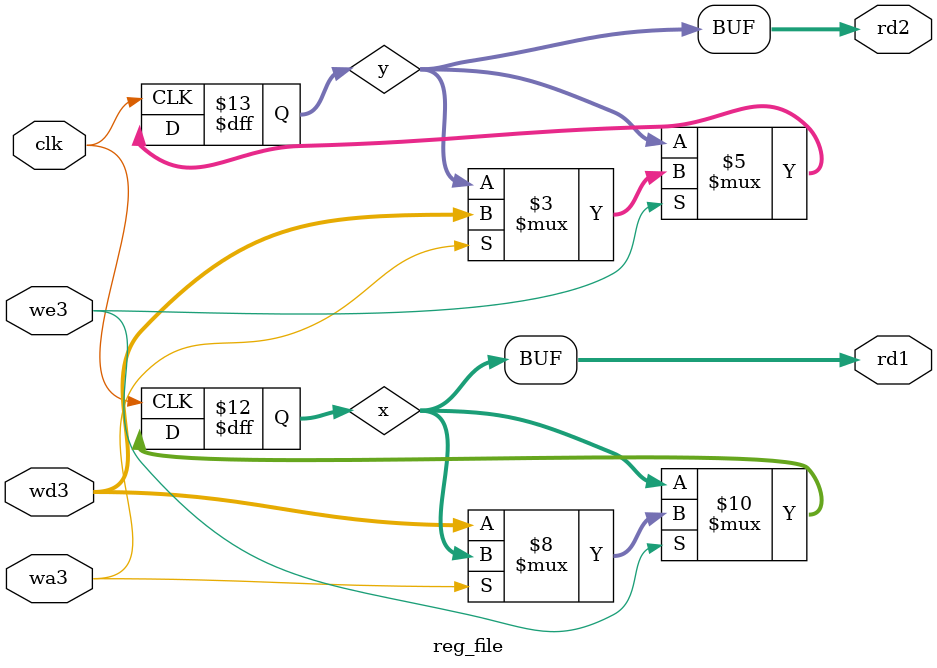
<source format=v>
`timescale 1ns / 1ps


module reg_file(
    input          clk,
    input          we3, 
    input          wa3,
    input  [15:0]  wd3,
    output [15:0]  rd1,
    output [15:0]  rd2
);

reg [15:0] x;
reg [15:0] y;

always @ (posedge clk) begin
    if (we3) begin
        if(wa3) begin
            y <= wd3;
        end else begin
            x <= wd3;
        end
    end
end
    
assign rd1 = x;
assign rd2 = y;

endmodule

</source>
